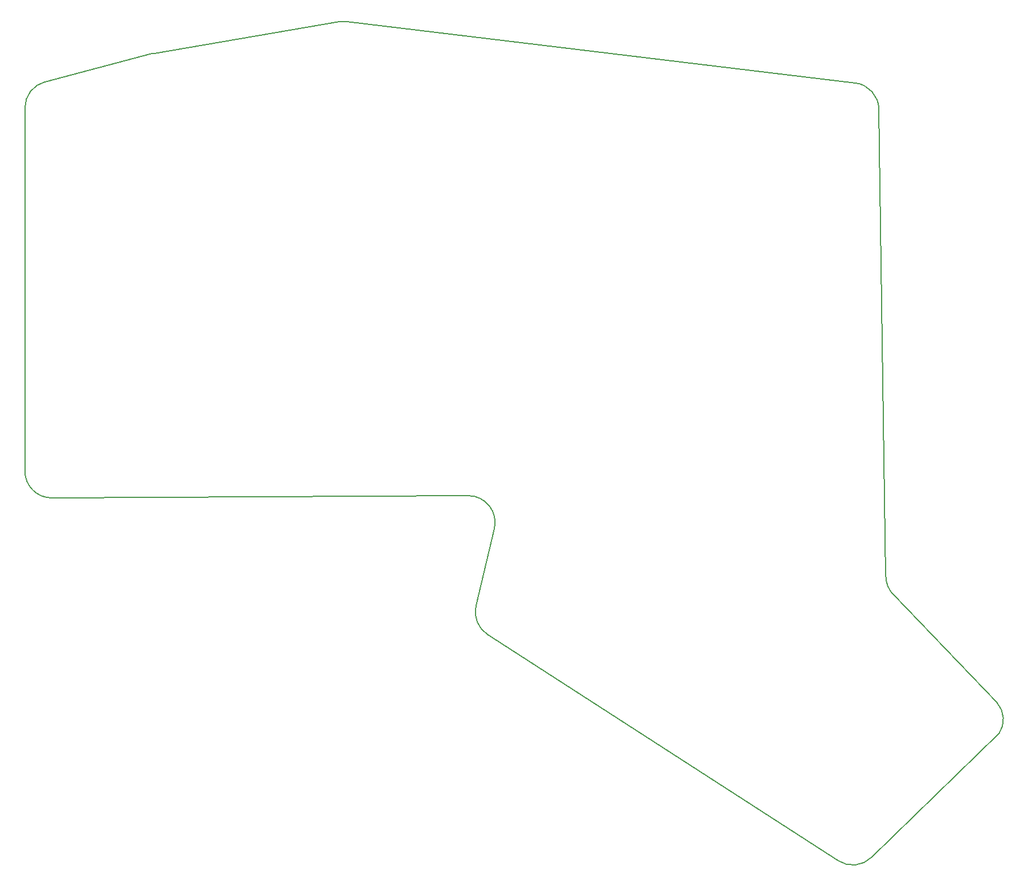
<source format=gbr>
%TF.GenerationSoftware,KiCad,Pcbnew,7.0.10*%
%TF.CreationDate,2024-02-19T14:18:01+02:00*%
%TF.ProjectId,juubo_left_final,6a757562-6f5f-46c6-9566-745f66696e61,v1.0.0*%
%TF.SameCoordinates,Original*%
%TF.FileFunction,Profile,NP*%
%FSLAX46Y46*%
G04 Gerber Fmt 4.6, Leading zero omitted, Abs format (unit mm)*
G04 Created by KiCad (PCBNEW 7.0.10) date 2024-02-19 14:18:01*
%MOMM*%
%LPD*%
G01*
G04 APERTURE LIST*
%TA.AperFunction,Profile*%
%ADD10C,0.150000*%
%TD*%
G04 APERTURE END LIST*
D10*
X146634699Y-114028097D02*
G75*
G03*
X142722221Y-109098913I-3890499J929297D01*
G01*
X96063039Y-43281291D02*
G75*
G03*
X95717823Y-43355782I670461J-3944309D01*
G01*
X124735676Y-38575558D02*
G75*
G03*
X123585920Y-38603280I-479476J-3970642D01*
G01*
X96063039Y-43281294D02*
X123585920Y-38603279D01*
X142722221Y-109098913D02*
X80860764Y-109438811D01*
X197688861Y-163388522D02*
X145621497Y-129763273D01*
X76838828Y-105438871D02*
G75*
G03*
X80860763Y-109438812I4000072J71D01*
G01*
X203800645Y-51608921D02*
X204832746Y-121127688D01*
X205945229Y-123836839D02*
X221356715Y-139908255D01*
X79823312Y-47527574D02*
G75*
G03*
X76838784Y-51396523I1015498J-3868976D01*
G01*
X124735675Y-38575565D02*
X200280578Y-47697146D01*
X204832731Y-121127688D02*
G75*
G03*
X205945230Y-123836838I3999769J59488D01*
G01*
X203800648Y-51608921D02*
G75*
G03*
X200280578Y-47697143I-3999448J-59279D01*
G01*
X202748997Y-162877717D02*
X221659673Y-144499586D01*
X143900944Y-125473805D02*
G75*
G03*
X145621497Y-129763273I3890456J-929295D01*
G01*
X76838785Y-105438871D02*
X76838784Y-51396523D01*
X79823311Y-47527571D02*
X95717823Y-43355782D01*
X143900962Y-125473809D02*
X146634761Y-114028112D01*
X197688853Y-163388533D02*
G75*
G03*
X202748996Y-162877716I2222447J3302733D01*
G01*
X221659642Y-144499565D02*
G75*
G03*
X221356714Y-139908256I-3120442J2099765D01*
G01*
M02*

</source>
